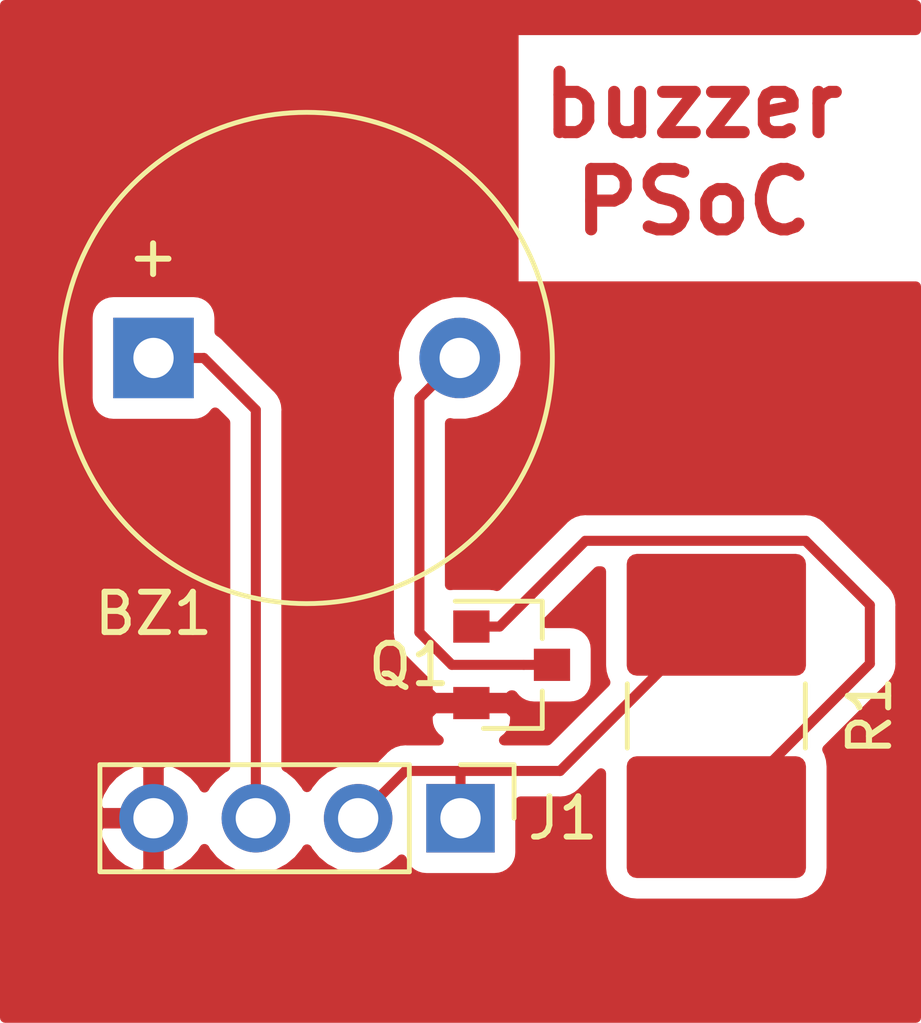
<source format=kicad_pcb>
(kicad_pcb (version 20171130) (host pcbnew "(5.1.4)-1")

  (general
    (thickness 1.6)
    (drawings 1)
    (tracks 22)
    (zones 0)
    (modules 4)
    (nets 6)
  )

  (page A4)
  (layers
    (0 F.Cu signal)
    (31 B.Cu signal)
    (32 B.Adhes user)
    (33 F.Adhes user)
    (34 B.Paste user)
    (35 F.Paste user)
    (36 B.SilkS user)
    (37 F.SilkS user)
    (38 B.Mask user)
    (39 F.Mask user)
    (40 Dwgs.User user)
    (41 Cmts.User user)
    (42 Eco1.User user)
    (43 Eco2.User user)
    (44 Edge.Cuts user)
    (45 Margin user)
    (46 B.CrtYd user)
    (47 F.CrtYd user)
    (48 B.Fab user)
    (49 F.Fab user)
  )

  (setup
    (last_trace_width 0.25)
    (trace_clearance 0.2)
    (zone_clearance 0.508)
    (zone_45_only no)
    (trace_min 0.2)
    (via_size 0.8)
    (via_drill 0.4)
    (via_min_size 0.4)
    (via_min_drill 0.3)
    (uvia_size 0.3)
    (uvia_drill 0.1)
    (uvias_allowed no)
    (uvia_min_size 0.2)
    (uvia_min_drill 0.1)
    (edge_width 0.05)
    (segment_width 0.2)
    (pcb_text_width 0.3)
    (pcb_text_size 1.5 1.5)
    (mod_edge_width 0.12)
    (mod_text_size 1 1)
    (mod_text_width 0.15)
    (pad_size 1.524 1.524)
    (pad_drill 0.762)
    (pad_to_mask_clearance 0.051)
    (solder_mask_min_width 0.25)
    (aux_axis_origin 0 0)
    (visible_elements FFFDFF7F)
    (pcbplotparams
      (layerselection 0x010fc_ffffffff)
      (usegerberextensions false)
      (usegerberattributes false)
      (usegerberadvancedattributes false)
      (creategerberjobfile false)
      (excludeedgelayer true)
      (linewidth 0.100000)
      (plotframeref false)
      (viasonmask false)
      (mode 1)
      (useauxorigin false)
      (hpglpennumber 1)
      (hpglpenspeed 20)
      (hpglpendiameter 15.000000)
      (psnegative false)
      (psa4output false)
      (plotreference true)
      (plotvalue true)
      (plotinvisibletext false)
      (padsonsilk false)
      (subtractmaskfromsilk false)
      (outputformat 1)
      (mirror false)
      (drillshape 1)
      (scaleselection 1)
      (outputdirectory ""))
  )

  (net 0 "")
  (net 1 VCC)
  (net 2 "Net-(BZ1-Pad2)")
  (net 3 D2)
  (net 4 GND)
  (net 5 "Net-(Q1-Pad1)")

  (net_class Default "Esta es la clase de red por defecto."
    (clearance 0.2)
    (trace_width 0.25)
    (via_dia 0.8)
    (via_drill 0.4)
    (uvia_dia 0.3)
    (uvia_drill 0.1)
    (add_net D2)
    (add_net GND)
    (add_net "Net-(BZ1-Pad2)")
    (add_net "Net-(Q1-Pad1)")
    (add_net VCC)
  )

  (module Buzzer_Beeper:Buzzer_12x9.5RM7.6 (layer F.Cu) (tedit 5A030281) (tstamp 5DCA0BFB)
    (at 142.24 114.3)
    (descr "Generic Buzzer, D12mm height 9.5mm with RM7.6mm")
    (tags buzzer)
    (path /5DCA0137)
    (fp_text reference BZ1 (at 0 6.35) (layer F.SilkS)
      (effects (font (size 1 1) (thickness 0.15)))
    )
    (fp_text value D2 (at 5.08 13.97) (layer F.Fab)
      (effects (font (size 1 1) (thickness 0.15)))
    )
    (fp_text user + (at -0.01 -2.54) (layer F.Fab)
      (effects (font (size 1 1) (thickness 0.15)))
    )
    (fp_text user + (at -0.01 -2.54) (layer F.SilkS)
      (effects (font (size 1 1) (thickness 0.15)))
    )
    (fp_text user BZ1 (at 3.81 -3.81) (layer F.Fab)
      (effects (font (size 1 1) (thickness 0.15)))
    )
    (fp_circle (center 3.8 0) (end 10.05 0) (layer F.CrtYd) (width 0.05))
    (fp_circle (center 3.8 0) (end 9.8 0) (layer F.Fab) (width 0.1))
    (fp_circle (center 3.8 0) (end 4.8 0) (layer F.Fab) (width 0.1))
    (fp_circle (center 3.8 0) (end 9.9 0) (layer F.SilkS) (width 0.12))
    (pad 1 thru_hole rect (at 0 0) (size 2 2) (drill 1) (layers *.Cu *.Mask)
      (net 1 VCC))
    (pad 2 thru_hole circle (at 7.6 0) (size 2 2) (drill 1) (layers *.Cu *.Mask)
      (net 2 "Net-(BZ1-Pad2)"))
    (model ${KISYS3DMOD}/Buzzer_Beeper.3dshapes/Buzzer_12x9.5RM7.6.wrl
      (at (xyz 0 0 0))
      (scale (xyz 1 1 1))
      (rotate (xyz 0 0 0))
    )
  )

  (module Connector_PinHeader_2.54mm:PinHeader_1x04_P2.54mm_Vertical (layer F.Cu) (tedit 59FED5CC) (tstamp 5DCA0C13)
    (at 149.86 125.73 270)
    (descr "Through hole straight pin header, 1x04, 2.54mm pitch, single row")
    (tags "Through hole pin header THT 1x04 2.54mm single row")
    (path /5DCA8F5E)
    (fp_text reference J1 (at 0 -2.54 180) (layer F.SilkS)
      (effects (font (size 1 1) (thickness 0.15)))
    )
    (fp_text value VCC (at 2.54 5.08 180) (layer F.Fab)
      (effects (font (size 1 1) (thickness 0.15)))
    )
    (fp_line (start -0.635 -1.27) (end 1.27 -1.27) (layer F.Fab) (width 0.1))
    (fp_line (start 1.27 -1.27) (end 1.27 8.89) (layer F.Fab) (width 0.1))
    (fp_line (start 1.27 8.89) (end -1.27 8.89) (layer F.Fab) (width 0.1))
    (fp_line (start -1.27 8.89) (end -1.27 -0.635) (layer F.Fab) (width 0.1))
    (fp_line (start -1.27 -0.635) (end -0.635 -1.27) (layer F.Fab) (width 0.1))
    (fp_line (start -1.33 8.95) (end 1.33 8.95) (layer F.SilkS) (width 0.12))
    (fp_line (start -1.33 1.27) (end -1.33 8.95) (layer F.SilkS) (width 0.12))
    (fp_line (start 1.33 1.27) (end 1.33 8.95) (layer F.SilkS) (width 0.12))
    (fp_line (start -1.33 1.27) (end 1.33 1.27) (layer F.SilkS) (width 0.12))
    (fp_line (start -1.33 0) (end -1.33 -1.33) (layer F.SilkS) (width 0.12))
    (fp_line (start -1.33 -1.33) (end 0 -1.33) (layer F.SilkS) (width 0.12))
    (fp_line (start -1.8 -1.8) (end -1.8 9.4) (layer F.CrtYd) (width 0.05))
    (fp_line (start -1.8 9.4) (end 1.8 9.4) (layer F.CrtYd) (width 0.05))
    (fp_line (start 1.8 9.4) (end 1.8 -1.8) (layer F.CrtYd) (width 0.05))
    (fp_line (start 1.8 -1.8) (end -1.8 -1.8) (layer F.CrtYd) (width 0.05))
    (fp_text user %R (at 0 3.81) (layer F.Fab)
      (effects (font (size 1 1) (thickness 0.15)))
    )
    (pad 1 thru_hole rect (at 0 0 270) (size 1.7 1.7) (drill 1) (layers *.Cu *.Mask)
      (net 3 D2))
    (pad 2 thru_hole oval (at 0 2.54 270) (size 1.7 1.7) (drill 1) (layers *.Cu *.Mask)
      (net 3 D2))
    (pad 3 thru_hole oval (at 0 5.08 270) (size 1.7 1.7) (drill 1) (layers *.Cu *.Mask)
      (net 1 VCC))
    (pad 4 thru_hole oval (at 0 7.62 270) (size 1.7 1.7) (drill 1) (layers *.Cu *.Mask)
      (net 4 GND))
    (model ${KISYS3DMOD}/Connector_PinHeader_2.54mm.3dshapes/PinHeader_1x04_P2.54mm_Vertical.wrl
      (at (xyz 0 0 0))
      (scale (xyz 1 1 1))
      (rotate (xyz 0 0 0))
    )
  )

  (module Package_TO_SOT_SMD:SOT-23 (layer F.Cu) (tedit 5A02FF57) (tstamp 5DCA0C28)
    (at 151.13 121.92)
    (descr "SOT-23, Standard")
    (tags SOT-23)
    (path /5DC9E804)
    (attr smd)
    (fp_text reference Q1 (at -2.54 0) (layer F.SilkS)
      (effects (font (size 1 1) (thickness 0.15)))
    )
    (fp_text value D3 (at -1.27 6.35) (layer F.Fab)
      (effects (font (size 1 1) (thickness 0.15)))
    )
    (fp_text user %R (at 0 0 90) (layer F.Fab)
      (effects (font (size 0.5 0.5) (thickness 0.075)))
    )
    (fp_line (start -0.7 -0.95) (end -0.7 1.5) (layer F.Fab) (width 0.1))
    (fp_line (start -0.15 -1.52) (end 0.7 -1.52) (layer F.Fab) (width 0.1))
    (fp_line (start -0.7 -0.95) (end -0.15 -1.52) (layer F.Fab) (width 0.1))
    (fp_line (start 0.7 -1.52) (end 0.7 1.52) (layer F.Fab) (width 0.1))
    (fp_line (start -0.7 1.52) (end 0.7 1.52) (layer F.Fab) (width 0.1))
    (fp_line (start 0.76 1.58) (end 0.76 0.65) (layer F.SilkS) (width 0.12))
    (fp_line (start 0.76 -1.58) (end 0.76 -0.65) (layer F.SilkS) (width 0.12))
    (fp_line (start -1.7 -1.75) (end 1.7 -1.75) (layer F.CrtYd) (width 0.05))
    (fp_line (start 1.7 -1.75) (end 1.7 1.75) (layer F.CrtYd) (width 0.05))
    (fp_line (start 1.7 1.75) (end -1.7 1.75) (layer F.CrtYd) (width 0.05))
    (fp_line (start -1.7 1.75) (end -1.7 -1.75) (layer F.CrtYd) (width 0.05))
    (fp_line (start 0.76 -1.58) (end -1.4 -1.58) (layer F.SilkS) (width 0.12))
    (fp_line (start 0.76 1.58) (end -0.7 1.58) (layer F.SilkS) (width 0.12))
    (pad 1 smd rect (at -1 -0.95) (size 0.9 0.8) (layers F.Cu F.Paste F.Mask)
      (net 5 "Net-(Q1-Pad1)"))
    (pad 2 smd rect (at -1 0.95) (size 0.9 0.8) (layers F.Cu F.Paste F.Mask)
      (net 4 GND))
    (pad 3 smd rect (at 1 0) (size 0.9 0.8) (layers F.Cu F.Paste F.Mask)
      (net 2 "Net-(BZ1-Pad2)"))
    (model ${KISYS3DMOD}/Package_TO_SOT_SMD.3dshapes/SOT-23.wrl
      (at (xyz 0 0 0))
      (scale (xyz 1 1 1))
      (rotate (xyz 0 0 0))
    )
  )

  (module Resistor_SMD:R_2816_7142Metric (layer F.Cu) (tedit 5B341556) (tstamp 5DCA0C39)
    (at 156.21 123.19 90)
    (descr "Resistor SMD 2816 (7142 Metric), square (rectangular) end terminal, IPC_7351 nominal, (Body size from: https://www.vishay.com/docs/30100/wsl.pdf), generated with kicad-footprint-generator")
    (tags resistor)
    (path /5DC9DC10)
    (attr smd)
    (fp_text reference R1 (at 0 3.81 90) (layer F.SilkS)
      (effects (font (size 1 1) (thickness 0.15)))
    )
    (fp_text value 1K (at 0 3.18 90) (layer F.Fab)
      (effects (font (size 1 1) (thickness 0.15)))
    )
    (fp_line (start -3.55 2.1) (end -3.55 -2.1) (layer F.Fab) (width 0.1))
    (fp_line (start -3.55 -2.1) (end 3.55 -2.1) (layer F.Fab) (width 0.1))
    (fp_line (start 3.55 -2.1) (end 3.55 2.1) (layer F.Fab) (width 0.1))
    (fp_line (start 3.55 2.1) (end -3.55 2.1) (layer F.Fab) (width 0.1))
    (fp_line (start -0.797369 -2.21) (end 0.797369 -2.21) (layer F.SilkS) (width 0.12))
    (fp_line (start -0.797369 2.21) (end 0.797369 2.21) (layer F.SilkS) (width 0.12))
    (fp_line (start -4.28 2.48) (end -4.28 -2.48) (layer F.CrtYd) (width 0.05))
    (fp_line (start -4.28 -2.48) (end 4.28 -2.48) (layer F.CrtYd) (width 0.05))
    (fp_line (start 4.28 -2.48) (end 4.28 2.48) (layer F.CrtYd) (width 0.05))
    (fp_line (start 4.28 2.48) (end -4.28 2.48) (layer F.CrtYd) (width 0.05))
    (fp_text user %R (at 0 0 90) (layer F.Fab)
      (effects (font (size 1 1) (thickness 0.15)))
    )
    (pad 1 smd roundrect (at -2.5125 0 90) (size 3.025 4.45) (layers F.Cu F.Paste F.Mask) (roundrect_rratio 0.082645)
      (net 5 "Net-(Q1-Pad1)"))
    (pad 2 smd roundrect (at 2.5125 0 90) (size 3.025 4.45) (layers F.Cu F.Paste F.Mask) (roundrect_rratio 0.082645)
      (net 3 D2))
    (model ${KISYS3DMOD}/Resistor_SMD.3dshapes/R_2816_7142Metric.wrl
      (at (xyz 0 0 0))
      (scale (xyz 1 1 1))
      (rotate (xyz 0 0 0))
    )
  )

  (gr_text "buzzer \nPSoC " (at 156.21 109.22) (layer F.Cu)
    (effects (font (size 1.5 1.5) (thickness 0.3)))
  )

  (segment (start 143.49 114.3) (end 142.24 114.3) (width 0.25) (layer F.Cu) (net 1))
  (segment (start 144.78 115.59) (end 143.49 114.3) (width 0.25) (layer F.Cu) (net 1))
  (segment (start 144.78 125.73) (end 144.78 115.59) (width 0.25) (layer F.Cu) (net 1))
  (segment (start 151.43 121.92) (end 152.13 121.92) (width 0.25) (layer F.Cu) (net 2))
  (segment (start 149.644998 121.92) (end 151.43 121.92) (width 0.25) (layer F.Cu) (net 2))
  (segment (start 148.840001 121.115003) (end 149.644998 121.92) (width 0.25) (layer F.Cu) (net 2))
  (segment (start 148.840001 115.299999) (end 148.840001 121.115003) (width 0.25) (layer F.Cu) (net 2))
  (segment (start 149.84 114.3) (end 148.840001 115.299999) (width 0.25) (layer F.Cu) (net 2))
  (segment (start 154.62679 122.26071) (end 156.21 120.6775) (width 0.25) (layer F.Cu) (net 3))
  (segment (start 152.332501 124.554999) (end 154.62679 122.26071) (width 0.25) (layer F.Cu) (net 3))
  (segment (start 147.32 125.73) (end 148.495001 124.554999) (width 0.25) (layer F.Cu) (net 3))
  (segment (start 149.935001 124.554999) (end 149.954999 124.554999) (width 0.25) (layer F.Cu) (net 3))
  (segment (start 149.86 124.63) (end 149.935001 124.554999) (width 0.25) (layer F.Cu) (net 3))
  (segment (start 149.86 125.73) (end 149.86 124.63) (width 0.25) (layer F.Cu) (net 3))
  (segment (start 148.495001 124.554999) (end 149.954999 124.554999) (width 0.25) (layer F.Cu) (net 3))
  (segment (start 149.954999 124.554999) (end 152.332501 124.554999) (width 0.25) (layer F.Cu) (net 3))
  (segment (start 150.83 120.97) (end 150.13 120.97) (width 0.25) (layer F.Cu) (net 5))
  (segment (start 152.96001 118.83999) (end 150.83 120.97) (width 0.25) (layer F.Cu) (net 5))
  (segment (start 158.423178 118.83999) (end 152.96001 118.83999) (width 0.25) (layer F.Cu) (net 5))
  (segment (start 160.02 120.436812) (end 158.423178 118.83999) (width 0.25) (layer F.Cu) (net 5))
  (segment (start 160.02 121.8925) (end 160.02 120.436812) (width 0.25) (layer F.Cu) (net 5))
  (segment (start 156.21 125.7025) (end 160.02 121.8925) (width 0.25) (layer F.Cu) (net 5))

  (zone (net 4) (net_name GND) (layer F.Cu) (tstamp 5DCA0E7F) (hatch edge 0.508)
    (connect_pads (clearance 0.508))
    (min_thickness 0.254)
    (fill yes (arc_segments 32) (thermal_gap 0.508) (thermal_bridge_width 0.508))
    (polygon
      (pts
        (xy 138.43 105.41) (xy 161.29 105.41) (xy 161.29 130.81) (xy 138.43 130.81)
      )
    )
    (filled_polygon
      (pts
        (xy 161.163 106.155) (xy 151.175 106.155) (xy 151.175 112.525) (xy 161.163 112.525) (xy 161.163 130.683)
        (xy 138.557 130.683) (xy 138.557 126.086891) (xy 140.798519 126.086891) (xy 140.895843 126.361252) (xy 141.044822 126.611355)
        (xy 141.239731 126.827588) (xy 141.47308 127.001641) (xy 141.735901 127.126825) (xy 141.88311 127.171476) (xy 142.113 127.050155)
        (xy 142.113 125.857) (xy 140.919186 125.857) (xy 140.798519 126.086891) (xy 138.557 126.086891) (xy 138.557 125.373109)
        (xy 140.798519 125.373109) (xy 140.919186 125.603) (xy 142.113 125.603) (xy 142.113 124.409845) (xy 141.88311 124.288524)
        (xy 141.735901 124.333175) (xy 141.47308 124.458359) (xy 141.239731 124.632412) (xy 141.044822 124.848645) (xy 140.895843 125.098748)
        (xy 140.798519 125.373109) (xy 138.557 125.373109) (xy 138.557 113.3) (xy 140.601928 113.3) (xy 140.601928 115.3)
        (xy 140.614188 115.424482) (xy 140.650498 115.54418) (xy 140.709463 115.654494) (xy 140.788815 115.751185) (xy 140.885506 115.830537)
        (xy 140.99582 115.889502) (xy 141.115518 115.925812) (xy 141.24 115.938072) (xy 143.24 115.938072) (xy 143.364482 115.925812)
        (xy 143.48418 115.889502) (xy 143.594494 115.830537) (xy 143.691185 115.751185) (xy 143.770156 115.654958) (xy 144.020001 115.904804)
        (xy 144.02 124.452405) (xy 143.950986 124.489294) (xy 143.724866 124.674866) (xy 143.539294 124.900986) (xy 143.504799 124.965523)
        (xy 143.435178 124.848645) (xy 143.240269 124.632412) (xy 143.00692 124.458359) (xy 142.744099 124.333175) (xy 142.59689 124.288524)
        (xy 142.367 124.409845) (xy 142.367 125.603) (xy 142.387 125.603) (xy 142.387 125.857) (xy 142.367 125.857)
        (xy 142.367 127.050155) (xy 142.59689 127.171476) (xy 142.744099 127.126825) (xy 143.00692 127.001641) (xy 143.240269 126.827588)
        (xy 143.435178 126.611355) (xy 143.504799 126.494477) (xy 143.539294 126.559014) (xy 143.724866 126.785134) (xy 143.950986 126.970706)
        (xy 144.208966 127.108599) (xy 144.488889 127.193513) (xy 144.70705 127.215) (xy 144.85295 127.215) (xy 145.071111 127.193513)
        (xy 145.351034 127.108599) (xy 145.609014 126.970706) (xy 145.835134 126.785134) (xy 146.020706 126.559014) (xy 146.05 126.504209)
        (xy 146.079294 126.559014) (xy 146.264866 126.785134) (xy 146.490986 126.970706) (xy 146.748966 127.108599) (xy 147.028889 127.193513)
        (xy 147.24705 127.215) (xy 147.39295 127.215) (xy 147.611111 127.193513) (xy 147.891034 127.108599) (xy 148.149014 126.970706)
        (xy 148.375134 126.785134) (xy 148.399607 126.755313) (xy 148.420498 126.82418) (xy 148.479463 126.934494) (xy 148.558815 127.031185)
        (xy 148.655506 127.110537) (xy 148.76582 127.169502) (xy 148.885518 127.205812) (xy 149.01 127.218072) (xy 150.71 127.218072)
        (xy 150.834482 127.205812) (xy 150.95418 127.169502) (xy 151.064494 127.110537) (xy 151.161185 127.031185) (xy 151.240537 126.934494)
        (xy 151.299502 126.82418) (xy 151.335812 126.704482) (xy 151.348072 126.58) (xy 151.348072 125.314999) (xy 152.295179 125.314999)
        (xy 152.332501 125.318675) (xy 152.369823 125.314999) (xy 152.369834 125.314999) (xy 152.481487 125.304002) (xy 152.624748 125.260545)
        (xy 152.756777 125.189973) (xy 152.872502 125.095) (xy 152.896305 125.065996) (xy 153.346928 124.615373) (xy 153.346928 126.964999)
        (xy 153.363992 127.138253) (xy 153.414529 127.30485) (xy 153.496595 127.458386) (xy 153.607039 127.592961) (xy 153.741614 127.703405)
        (xy 153.89515 127.785471) (xy 154.061747 127.836008) (xy 154.235001 127.853072) (xy 158.184999 127.853072) (xy 158.358253 127.836008)
        (xy 158.52485 127.785471) (xy 158.678386 127.703405) (xy 158.812961 127.592961) (xy 158.923405 127.458386) (xy 159.005471 127.30485)
        (xy 159.056008 127.138253) (xy 159.073072 126.964999) (xy 159.073072 124.440001) (xy 159.056008 124.266747) (xy 159.005471 124.10015)
        (xy 158.964257 124.023044) (xy 160.531004 122.456298) (xy 160.560001 122.432501) (xy 160.654974 122.316776) (xy 160.725546 122.184747)
        (xy 160.769003 122.041486) (xy 160.78 121.929833) (xy 160.78 121.929825) (xy 160.783676 121.8925) (xy 160.78 121.855175)
        (xy 160.78 120.474134) (xy 160.783676 120.436811) (xy 160.78 120.399488) (xy 160.78 120.399479) (xy 160.769003 120.287826)
        (xy 160.725546 120.144565) (xy 160.654974 120.012536) (xy 160.560001 119.896811) (xy 160.531003 119.873013) (xy 158.986982 118.328993)
        (xy 158.963179 118.299989) (xy 158.847454 118.205016) (xy 158.715425 118.134444) (xy 158.572164 118.090987) (xy 158.460511 118.07999)
        (xy 158.4605 118.07999) (xy 158.423178 118.076314) (xy 158.385856 118.07999) (xy 152.997332 118.07999) (xy 152.960009 118.076314)
        (xy 152.922686 118.07999) (xy 152.922677 118.07999) (xy 152.811024 118.090987) (xy 152.667763 118.134444) (xy 152.535733 118.205016)
        (xy 152.452093 118.273658) (xy 152.420009 118.299989) (xy 152.396211 118.328987) (xy 150.763199 119.962) (xy 150.704482 119.944188)
        (xy 150.58 119.931928) (xy 149.68 119.931928) (xy 149.600001 119.939807) (xy 149.600001 115.919293) (xy 149.678967 115.935)
        (xy 150.001033 115.935) (xy 150.316912 115.872168) (xy 150.614463 115.748918) (xy 150.882252 115.569987) (xy 151.109987 115.342252)
        (xy 151.288918 115.074463) (xy 151.412168 114.776912) (xy 151.475 114.461033) (xy 151.475 114.138967) (xy 151.412168 113.823088)
        (xy 151.288918 113.525537) (xy 151.109987 113.257748) (xy 150.882252 113.030013) (xy 150.614463 112.851082) (xy 150.316912 112.727832)
        (xy 150.001033 112.665) (xy 149.678967 112.665) (xy 149.363088 112.727832) (xy 149.065537 112.851082) (xy 148.797748 113.030013)
        (xy 148.570013 113.257748) (xy 148.391082 113.525537) (xy 148.267832 113.823088) (xy 148.205 114.138967) (xy 148.205 114.461033)
        (xy 148.267832 114.776912) (xy 148.273966 114.791721) (xy 148.258142 114.811003) (xy 148.205027 114.875723) (xy 148.135635 115.005546)
        (xy 148.134455 115.007753) (xy 148.090998 115.151014) (xy 148.080001 115.262667) (xy 148.080001 115.262677) (xy 148.076325 115.299999)
        (xy 148.080001 115.337322) (xy 148.080002 121.077671) (xy 148.076325 121.115003) (xy 148.080002 121.152336) (xy 148.090999 121.263989)
        (xy 148.104181 121.307445) (xy 148.134455 121.407249) (xy 148.205027 121.539279) (xy 148.275981 121.625736) (xy 148.300001 121.655004)
        (xy 148.328999 121.678802) (xy 149.048945 122.398749) (xy 149.041928 122.47) (xy 149.045 122.58425) (xy 149.20375 122.743)
        (xy 150.003 122.743) (xy 150.003 122.723) (xy 150.257 122.723) (xy 150.257 122.743) (xy 151.05625 122.743)
        (xy 151.11925 122.68) (xy 151.153982 122.68) (xy 151.228815 122.771185) (xy 151.325506 122.850537) (xy 151.43582 122.909502)
        (xy 151.555518 122.945812) (xy 151.68 122.958072) (xy 152.58 122.958072) (xy 152.704482 122.945812) (xy 152.82418 122.909502)
        (xy 152.934494 122.850537) (xy 153.031185 122.771185) (xy 153.110537 122.674494) (xy 153.169502 122.56418) (xy 153.205812 122.444482)
        (xy 153.218072 122.32) (xy 153.218072 121.52) (xy 153.205812 121.395518) (xy 153.169502 121.27582) (xy 153.110537 121.165506)
        (xy 153.031185 121.068815) (xy 152.934494 120.989463) (xy 152.82418 120.930498) (xy 152.704482 120.894188) (xy 152.58 120.881928)
        (xy 151.992873 120.881928) (xy 153.274812 119.59999) (xy 153.346928 119.59999) (xy 153.346928 121.939999) (xy 153.363992 122.113253)
        (xy 153.414529 122.27985) (xy 153.455743 122.356956) (xy 152.0177 123.794999) (xy 150.941242 123.794999) (xy 151.031185 123.721185)
        (xy 151.110537 123.624494) (xy 151.169502 123.51418) (xy 151.205812 123.394482) (xy 151.218072 123.27) (xy 151.215 123.15575)
        (xy 151.05625 122.997) (xy 150.257 122.997) (xy 150.257 123.017) (xy 150.003 123.017) (xy 150.003 122.997)
        (xy 149.20375 122.997) (xy 149.045 123.15575) (xy 149.041928 123.27) (xy 149.054188 123.394482) (xy 149.090498 123.51418)
        (xy 149.149463 123.624494) (xy 149.228815 123.721185) (xy 149.318758 123.794999) (xy 148.532323 123.794999) (xy 148.495 123.791323)
        (xy 148.457677 123.794999) (xy 148.457668 123.794999) (xy 148.346015 123.805996) (xy 148.202754 123.849453) (xy 148.070725 123.920025)
        (xy 147.955 124.014998) (xy 147.931202 124.043996) (xy 147.685995 124.289203) (xy 147.611111 124.266487) (xy 147.39295 124.245)
        (xy 147.24705 124.245) (xy 147.028889 124.266487) (xy 146.748966 124.351401) (xy 146.490986 124.489294) (xy 146.264866 124.674866)
        (xy 146.079294 124.900986) (xy 146.05 124.955791) (xy 146.020706 124.900986) (xy 145.835134 124.674866) (xy 145.609014 124.489294)
        (xy 145.54 124.452405) (xy 145.54 115.627322) (xy 145.543676 115.589999) (xy 145.54 115.552676) (xy 145.54 115.552667)
        (xy 145.529003 115.441014) (xy 145.485546 115.297753) (xy 145.414974 115.165724) (xy 145.401811 115.149685) (xy 145.343799 115.078996)
        (xy 145.343795 115.078992) (xy 145.320001 115.049999) (xy 145.291008 115.026205) (xy 144.053803 113.789002) (xy 144.030001 113.759999)
        (xy 143.914276 113.665026) (xy 143.878072 113.645674) (xy 143.878072 113.3) (xy 143.865812 113.175518) (xy 143.829502 113.05582)
        (xy 143.770537 112.945506) (xy 143.691185 112.848815) (xy 143.594494 112.769463) (xy 143.48418 112.710498) (xy 143.364482 112.674188)
        (xy 143.24 112.661928) (xy 141.24 112.661928) (xy 141.115518 112.674188) (xy 140.99582 112.710498) (xy 140.885506 112.769463)
        (xy 140.788815 112.848815) (xy 140.709463 112.945506) (xy 140.650498 113.05582) (xy 140.614188 113.175518) (xy 140.601928 113.3)
        (xy 138.557 113.3) (xy 138.557 105.537) (xy 161.163 105.537)
      )
    )
  )
)

</source>
